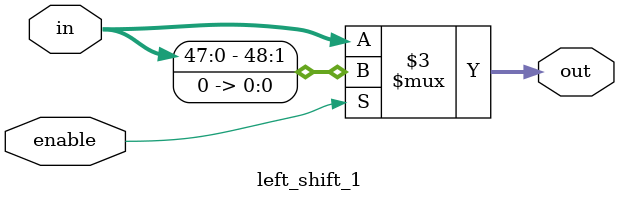
<source format=v>
module left_shift_1(in, enable, out
	);

	// Assigining ports as in/out
	input [48:0] in;
	input enable;
	output [48:0] out;

	// Logic
	assign out = (enable == 1) ? (in << 1) : in;

endmodule

</source>
